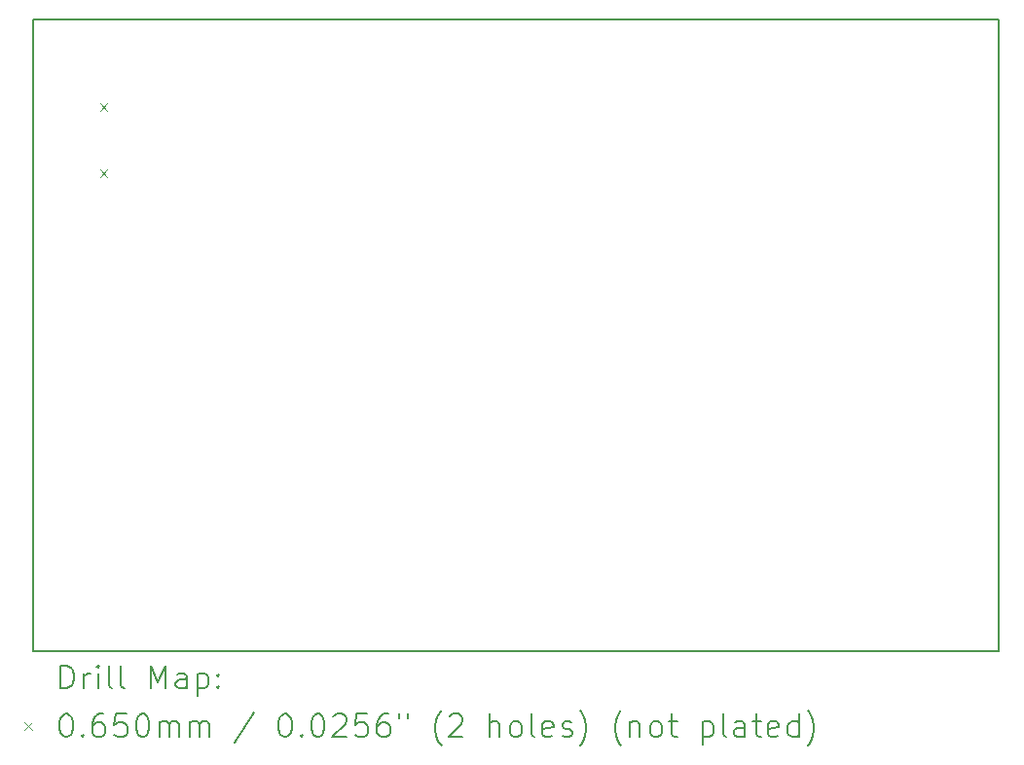
<source format=gbr>
%TF.GenerationSoftware,KiCad,Pcbnew,7.0.2-1.fc37*%
%TF.CreationDate,2023-04-28T15:17:21+01:00*%
%TF.ProjectId,grblPANEL,6772626c-5041-44e4-954c-2e6b69636164,B*%
%TF.SameCoordinates,Original*%
%TF.FileFunction,Drillmap*%
%TF.FilePolarity,Positive*%
%FSLAX45Y45*%
G04 Gerber Fmt 4.5, Leading zero omitted, Abs format (unit mm)*
G04 Created by KiCad (PCBNEW 7.0.2-1.fc37) date 2023-04-28 15:17:21*
%MOMM*%
%LPD*%
G01*
G04 APERTURE LIST*
%ADD10C,0.200000*%
%ADD11C,0.065000*%
G04 APERTURE END LIST*
D10*
X10500000Y-7500000D02*
X18900000Y-7500000D01*
X18900000Y-13000000D01*
X10500000Y-13000000D01*
X10500000Y-7500000D01*
D11*
X11077500Y-8228500D02*
X11142500Y-8293500D01*
X11142500Y-8228500D02*
X11077500Y-8293500D01*
X11077500Y-8806500D02*
X11142500Y-8871500D01*
X11142500Y-8806500D02*
X11077500Y-8871500D01*
D10*
X10737619Y-13322524D02*
X10737619Y-13122524D01*
X10737619Y-13122524D02*
X10785238Y-13122524D01*
X10785238Y-13122524D02*
X10813810Y-13132048D01*
X10813810Y-13132048D02*
X10832857Y-13151095D01*
X10832857Y-13151095D02*
X10842381Y-13170143D01*
X10842381Y-13170143D02*
X10851905Y-13208238D01*
X10851905Y-13208238D02*
X10851905Y-13236809D01*
X10851905Y-13236809D02*
X10842381Y-13274905D01*
X10842381Y-13274905D02*
X10832857Y-13293952D01*
X10832857Y-13293952D02*
X10813810Y-13313000D01*
X10813810Y-13313000D02*
X10785238Y-13322524D01*
X10785238Y-13322524D02*
X10737619Y-13322524D01*
X10937619Y-13322524D02*
X10937619Y-13189190D01*
X10937619Y-13227286D02*
X10947143Y-13208238D01*
X10947143Y-13208238D02*
X10956667Y-13198714D01*
X10956667Y-13198714D02*
X10975714Y-13189190D01*
X10975714Y-13189190D02*
X10994762Y-13189190D01*
X11061429Y-13322524D02*
X11061429Y-13189190D01*
X11061429Y-13122524D02*
X11051905Y-13132048D01*
X11051905Y-13132048D02*
X11061429Y-13141571D01*
X11061429Y-13141571D02*
X11070952Y-13132048D01*
X11070952Y-13132048D02*
X11061429Y-13122524D01*
X11061429Y-13122524D02*
X11061429Y-13141571D01*
X11185238Y-13322524D02*
X11166190Y-13313000D01*
X11166190Y-13313000D02*
X11156667Y-13293952D01*
X11156667Y-13293952D02*
X11156667Y-13122524D01*
X11290000Y-13322524D02*
X11270952Y-13313000D01*
X11270952Y-13313000D02*
X11261428Y-13293952D01*
X11261428Y-13293952D02*
X11261428Y-13122524D01*
X11518571Y-13322524D02*
X11518571Y-13122524D01*
X11518571Y-13122524D02*
X11585238Y-13265381D01*
X11585238Y-13265381D02*
X11651905Y-13122524D01*
X11651905Y-13122524D02*
X11651905Y-13322524D01*
X11832857Y-13322524D02*
X11832857Y-13217762D01*
X11832857Y-13217762D02*
X11823333Y-13198714D01*
X11823333Y-13198714D02*
X11804286Y-13189190D01*
X11804286Y-13189190D02*
X11766190Y-13189190D01*
X11766190Y-13189190D02*
X11747143Y-13198714D01*
X11832857Y-13313000D02*
X11813809Y-13322524D01*
X11813809Y-13322524D02*
X11766190Y-13322524D01*
X11766190Y-13322524D02*
X11747143Y-13313000D01*
X11747143Y-13313000D02*
X11737619Y-13293952D01*
X11737619Y-13293952D02*
X11737619Y-13274905D01*
X11737619Y-13274905D02*
X11747143Y-13255857D01*
X11747143Y-13255857D02*
X11766190Y-13246333D01*
X11766190Y-13246333D02*
X11813809Y-13246333D01*
X11813809Y-13246333D02*
X11832857Y-13236809D01*
X11928095Y-13189190D02*
X11928095Y-13389190D01*
X11928095Y-13198714D02*
X11947143Y-13189190D01*
X11947143Y-13189190D02*
X11985238Y-13189190D01*
X11985238Y-13189190D02*
X12004286Y-13198714D01*
X12004286Y-13198714D02*
X12013809Y-13208238D01*
X12013809Y-13208238D02*
X12023333Y-13227286D01*
X12023333Y-13227286D02*
X12023333Y-13284428D01*
X12023333Y-13284428D02*
X12013809Y-13303476D01*
X12013809Y-13303476D02*
X12004286Y-13313000D01*
X12004286Y-13313000D02*
X11985238Y-13322524D01*
X11985238Y-13322524D02*
X11947143Y-13322524D01*
X11947143Y-13322524D02*
X11928095Y-13313000D01*
X12109048Y-13303476D02*
X12118571Y-13313000D01*
X12118571Y-13313000D02*
X12109048Y-13322524D01*
X12109048Y-13322524D02*
X12099524Y-13313000D01*
X12099524Y-13313000D02*
X12109048Y-13303476D01*
X12109048Y-13303476D02*
X12109048Y-13322524D01*
X12109048Y-13198714D02*
X12118571Y-13208238D01*
X12118571Y-13208238D02*
X12109048Y-13217762D01*
X12109048Y-13217762D02*
X12099524Y-13208238D01*
X12099524Y-13208238D02*
X12109048Y-13198714D01*
X12109048Y-13198714D02*
X12109048Y-13217762D01*
D11*
X10425000Y-13617500D02*
X10490000Y-13682500D01*
X10490000Y-13617500D02*
X10425000Y-13682500D01*
D10*
X10775714Y-13542524D02*
X10794762Y-13542524D01*
X10794762Y-13542524D02*
X10813810Y-13552048D01*
X10813810Y-13552048D02*
X10823333Y-13561571D01*
X10823333Y-13561571D02*
X10832857Y-13580619D01*
X10832857Y-13580619D02*
X10842381Y-13618714D01*
X10842381Y-13618714D02*
X10842381Y-13666333D01*
X10842381Y-13666333D02*
X10832857Y-13704428D01*
X10832857Y-13704428D02*
X10823333Y-13723476D01*
X10823333Y-13723476D02*
X10813810Y-13733000D01*
X10813810Y-13733000D02*
X10794762Y-13742524D01*
X10794762Y-13742524D02*
X10775714Y-13742524D01*
X10775714Y-13742524D02*
X10756667Y-13733000D01*
X10756667Y-13733000D02*
X10747143Y-13723476D01*
X10747143Y-13723476D02*
X10737619Y-13704428D01*
X10737619Y-13704428D02*
X10728095Y-13666333D01*
X10728095Y-13666333D02*
X10728095Y-13618714D01*
X10728095Y-13618714D02*
X10737619Y-13580619D01*
X10737619Y-13580619D02*
X10747143Y-13561571D01*
X10747143Y-13561571D02*
X10756667Y-13552048D01*
X10756667Y-13552048D02*
X10775714Y-13542524D01*
X10928095Y-13723476D02*
X10937619Y-13733000D01*
X10937619Y-13733000D02*
X10928095Y-13742524D01*
X10928095Y-13742524D02*
X10918571Y-13733000D01*
X10918571Y-13733000D02*
X10928095Y-13723476D01*
X10928095Y-13723476D02*
X10928095Y-13742524D01*
X11109048Y-13542524D02*
X11070952Y-13542524D01*
X11070952Y-13542524D02*
X11051905Y-13552048D01*
X11051905Y-13552048D02*
X11042381Y-13561571D01*
X11042381Y-13561571D02*
X11023333Y-13590143D01*
X11023333Y-13590143D02*
X11013810Y-13628238D01*
X11013810Y-13628238D02*
X11013810Y-13704428D01*
X11013810Y-13704428D02*
X11023333Y-13723476D01*
X11023333Y-13723476D02*
X11032857Y-13733000D01*
X11032857Y-13733000D02*
X11051905Y-13742524D01*
X11051905Y-13742524D02*
X11090000Y-13742524D01*
X11090000Y-13742524D02*
X11109048Y-13733000D01*
X11109048Y-13733000D02*
X11118571Y-13723476D01*
X11118571Y-13723476D02*
X11128095Y-13704428D01*
X11128095Y-13704428D02*
X11128095Y-13656809D01*
X11128095Y-13656809D02*
X11118571Y-13637762D01*
X11118571Y-13637762D02*
X11109048Y-13628238D01*
X11109048Y-13628238D02*
X11090000Y-13618714D01*
X11090000Y-13618714D02*
X11051905Y-13618714D01*
X11051905Y-13618714D02*
X11032857Y-13628238D01*
X11032857Y-13628238D02*
X11023333Y-13637762D01*
X11023333Y-13637762D02*
X11013810Y-13656809D01*
X11309048Y-13542524D02*
X11213809Y-13542524D01*
X11213809Y-13542524D02*
X11204286Y-13637762D01*
X11204286Y-13637762D02*
X11213809Y-13628238D01*
X11213809Y-13628238D02*
X11232857Y-13618714D01*
X11232857Y-13618714D02*
X11280476Y-13618714D01*
X11280476Y-13618714D02*
X11299524Y-13628238D01*
X11299524Y-13628238D02*
X11309048Y-13637762D01*
X11309048Y-13637762D02*
X11318571Y-13656809D01*
X11318571Y-13656809D02*
X11318571Y-13704428D01*
X11318571Y-13704428D02*
X11309048Y-13723476D01*
X11309048Y-13723476D02*
X11299524Y-13733000D01*
X11299524Y-13733000D02*
X11280476Y-13742524D01*
X11280476Y-13742524D02*
X11232857Y-13742524D01*
X11232857Y-13742524D02*
X11213809Y-13733000D01*
X11213809Y-13733000D02*
X11204286Y-13723476D01*
X11442381Y-13542524D02*
X11461429Y-13542524D01*
X11461429Y-13542524D02*
X11480476Y-13552048D01*
X11480476Y-13552048D02*
X11490000Y-13561571D01*
X11490000Y-13561571D02*
X11499524Y-13580619D01*
X11499524Y-13580619D02*
X11509048Y-13618714D01*
X11509048Y-13618714D02*
X11509048Y-13666333D01*
X11509048Y-13666333D02*
X11499524Y-13704428D01*
X11499524Y-13704428D02*
X11490000Y-13723476D01*
X11490000Y-13723476D02*
X11480476Y-13733000D01*
X11480476Y-13733000D02*
X11461429Y-13742524D01*
X11461429Y-13742524D02*
X11442381Y-13742524D01*
X11442381Y-13742524D02*
X11423333Y-13733000D01*
X11423333Y-13733000D02*
X11413809Y-13723476D01*
X11413809Y-13723476D02*
X11404286Y-13704428D01*
X11404286Y-13704428D02*
X11394762Y-13666333D01*
X11394762Y-13666333D02*
X11394762Y-13618714D01*
X11394762Y-13618714D02*
X11404286Y-13580619D01*
X11404286Y-13580619D02*
X11413809Y-13561571D01*
X11413809Y-13561571D02*
X11423333Y-13552048D01*
X11423333Y-13552048D02*
X11442381Y-13542524D01*
X11594762Y-13742524D02*
X11594762Y-13609190D01*
X11594762Y-13628238D02*
X11604286Y-13618714D01*
X11604286Y-13618714D02*
X11623333Y-13609190D01*
X11623333Y-13609190D02*
X11651905Y-13609190D01*
X11651905Y-13609190D02*
X11670952Y-13618714D01*
X11670952Y-13618714D02*
X11680476Y-13637762D01*
X11680476Y-13637762D02*
X11680476Y-13742524D01*
X11680476Y-13637762D02*
X11690000Y-13618714D01*
X11690000Y-13618714D02*
X11709048Y-13609190D01*
X11709048Y-13609190D02*
X11737619Y-13609190D01*
X11737619Y-13609190D02*
X11756667Y-13618714D01*
X11756667Y-13618714D02*
X11766190Y-13637762D01*
X11766190Y-13637762D02*
X11766190Y-13742524D01*
X11861429Y-13742524D02*
X11861429Y-13609190D01*
X11861429Y-13628238D02*
X11870952Y-13618714D01*
X11870952Y-13618714D02*
X11890000Y-13609190D01*
X11890000Y-13609190D02*
X11918571Y-13609190D01*
X11918571Y-13609190D02*
X11937619Y-13618714D01*
X11937619Y-13618714D02*
X11947143Y-13637762D01*
X11947143Y-13637762D02*
X11947143Y-13742524D01*
X11947143Y-13637762D02*
X11956667Y-13618714D01*
X11956667Y-13618714D02*
X11975714Y-13609190D01*
X11975714Y-13609190D02*
X12004286Y-13609190D01*
X12004286Y-13609190D02*
X12023333Y-13618714D01*
X12023333Y-13618714D02*
X12032857Y-13637762D01*
X12032857Y-13637762D02*
X12032857Y-13742524D01*
X12423333Y-13533000D02*
X12251905Y-13790143D01*
X12680476Y-13542524D02*
X12699524Y-13542524D01*
X12699524Y-13542524D02*
X12718572Y-13552048D01*
X12718572Y-13552048D02*
X12728095Y-13561571D01*
X12728095Y-13561571D02*
X12737619Y-13580619D01*
X12737619Y-13580619D02*
X12747143Y-13618714D01*
X12747143Y-13618714D02*
X12747143Y-13666333D01*
X12747143Y-13666333D02*
X12737619Y-13704428D01*
X12737619Y-13704428D02*
X12728095Y-13723476D01*
X12728095Y-13723476D02*
X12718572Y-13733000D01*
X12718572Y-13733000D02*
X12699524Y-13742524D01*
X12699524Y-13742524D02*
X12680476Y-13742524D01*
X12680476Y-13742524D02*
X12661429Y-13733000D01*
X12661429Y-13733000D02*
X12651905Y-13723476D01*
X12651905Y-13723476D02*
X12642381Y-13704428D01*
X12642381Y-13704428D02*
X12632857Y-13666333D01*
X12632857Y-13666333D02*
X12632857Y-13618714D01*
X12632857Y-13618714D02*
X12642381Y-13580619D01*
X12642381Y-13580619D02*
X12651905Y-13561571D01*
X12651905Y-13561571D02*
X12661429Y-13552048D01*
X12661429Y-13552048D02*
X12680476Y-13542524D01*
X12832857Y-13723476D02*
X12842381Y-13733000D01*
X12842381Y-13733000D02*
X12832857Y-13742524D01*
X12832857Y-13742524D02*
X12823333Y-13733000D01*
X12823333Y-13733000D02*
X12832857Y-13723476D01*
X12832857Y-13723476D02*
X12832857Y-13742524D01*
X12966191Y-13542524D02*
X12985238Y-13542524D01*
X12985238Y-13542524D02*
X13004286Y-13552048D01*
X13004286Y-13552048D02*
X13013810Y-13561571D01*
X13013810Y-13561571D02*
X13023333Y-13580619D01*
X13023333Y-13580619D02*
X13032857Y-13618714D01*
X13032857Y-13618714D02*
X13032857Y-13666333D01*
X13032857Y-13666333D02*
X13023333Y-13704428D01*
X13023333Y-13704428D02*
X13013810Y-13723476D01*
X13013810Y-13723476D02*
X13004286Y-13733000D01*
X13004286Y-13733000D02*
X12985238Y-13742524D01*
X12985238Y-13742524D02*
X12966191Y-13742524D01*
X12966191Y-13742524D02*
X12947143Y-13733000D01*
X12947143Y-13733000D02*
X12937619Y-13723476D01*
X12937619Y-13723476D02*
X12928095Y-13704428D01*
X12928095Y-13704428D02*
X12918572Y-13666333D01*
X12918572Y-13666333D02*
X12918572Y-13618714D01*
X12918572Y-13618714D02*
X12928095Y-13580619D01*
X12928095Y-13580619D02*
X12937619Y-13561571D01*
X12937619Y-13561571D02*
X12947143Y-13552048D01*
X12947143Y-13552048D02*
X12966191Y-13542524D01*
X13109048Y-13561571D02*
X13118572Y-13552048D01*
X13118572Y-13552048D02*
X13137619Y-13542524D01*
X13137619Y-13542524D02*
X13185238Y-13542524D01*
X13185238Y-13542524D02*
X13204286Y-13552048D01*
X13204286Y-13552048D02*
X13213810Y-13561571D01*
X13213810Y-13561571D02*
X13223333Y-13580619D01*
X13223333Y-13580619D02*
X13223333Y-13599667D01*
X13223333Y-13599667D02*
X13213810Y-13628238D01*
X13213810Y-13628238D02*
X13099524Y-13742524D01*
X13099524Y-13742524D02*
X13223333Y-13742524D01*
X13404286Y-13542524D02*
X13309048Y-13542524D01*
X13309048Y-13542524D02*
X13299524Y-13637762D01*
X13299524Y-13637762D02*
X13309048Y-13628238D01*
X13309048Y-13628238D02*
X13328095Y-13618714D01*
X13328095Y-13618714D02*
X13375714Y-13618714D01*
X13375714Y-13618714D02*
X13394762Y-13628238D01*
X13394762Y-13628238D02*
X13404286Y-13637762D01*
X13404286Y-13637762D02*
X13413810Y-13656809D01*
X13413810Y-13656809D02*
X13413810Y-13704428D01*
X13413810Y-13704428D02*
X13404286Y-13723476D01*
X13404286Y-13723476D02*
X13394762Y-13733000D01*
X13394762Y-13733000D02*
X13375714Y-13742524D01*
X13375714Y-13742524D02*
X13328095Y-13742524D01*
X13328095Y-13742524D02*
X13309048Y-13733000D01*
X13309048Y-13733000D02*
X13299524Y-13723476D01*
X13585238Y-13542524D02*
X13547143Y-13542524D01*
X13547143Y-13542524D02*
X13528095Y-13552048D01*
X13528095Y-13552048D02*
X13518572Y-13561571D01*
X13518572Y-13561571D02*
X13499524Y-13590143D01*
X13499524Y-13590143D02*
X13490000Y-13628238D01*
X13490000Y-13628238D02*
X13490000Y-13704428D01*
X13490000Y-13704428D02*
X13499524Y-13723476D01*
X13499524Y-13723476D02*
X13509048Y-13733000D01*
X13509048Y-13733000D02*
X13528095Y-13742524D01*
X13528095Y-13742524D02*
X13566191Y-13742524D01*
X13566191Y-13742524D02*
X13585238Y-13733000D01*
X13585238Y-13733000D02*
X13594762Y-13723476D01*
X13594762Y-13723476D02*
X13604286Y-13704428D01*
X13604286Y-13704428D02*
X13604286Y-13656809D01*
X13604286Y-13656809D02*
X13594762Y-13637762D01*
X13594762Y-13637762D02*
X13585238Y-13628238D01*
X13585238Y-13628238D02*
X13566191Y-13618714D01*
X13566191Y-13618714D02*
X13528095Y-13618714D01*
X13528095Y-13618714D02*
X13509048Y-13628238D01*
X13509048Y-13628238D02*
X13499524Y-13637762D01*
X13499524Y-13637762D02*
X13490000Y-13656809D01*
X13680476Y-13542524D02*
X13680476Y-13580619D01*
X13756667Y-13542524D02*
X13756667Y-13580619D01*
X14051905Y-13818714D02*
X14042381Y-13809190D01*
X14042381Y-13809190D02*
X14023334Y-13780619D01*
X14023334Y-13780619D02*
X14013810Y-13761571D01*
X14013810Y-13761571D02*
X14004286Y-13733000D01*
X14004286Y-13733000D02*
X13994762Y-13685381D01*
X13994762Y-13685381D02*
X13994762Y-13647286D01*
X13994762Y-13647286D02*
X14004286Y-13599667D01*
X14004286Y-13599667D02*
X14013810Y-13571095D01*
X14013810Y-13571095D02*
X14023334Y-13552048D01*
X14023334Y-13552048D02*
X14042381Y-13523476D01*
X14042381Y-13523476D02*
X14051905Y-13513952D01*
X14118572Y-13561571D02*
X14128095Y-13552048D01*
X14128095Y-13552048D02*
X14147143Y-13542524D01*
X14147143Y-13542524D02*
X14194762Y-13542524D01*
X14194762Y-13542524D02*
X14213810Y-13552048D01*
X14213810Y-13552048D02*
X14223334Y-13561571D01*
X14223334Y-13561571D02*
X14232857Y-13580619D01*
X14232857Y-13580619D02*
X14232857Y-13599667D01*
X14232857Y-13599667D02*
X14223334Y-13628238D01*
X14223334Y-13628238D02*
X14109048Y-13742524D01*
X14109048Y-13742524D02*
X14232857Y-13742524D01*
X14470953Y-13742524D02*
X14470953Y-13542524D01*
X14556667Y-13742524D02*
X14556667Y-13637762D01*
X14556667Y-13637762D02*
X14547143Y-13618714D01*
X14547143Y-13618714D02*
X14528096Y-13609190D01*
X14528096Y-13609190D02*
X14499524Y-13609190D01*
X14499524Y-13609190D02*
X14480476Y-13618714D01*
X14480476Y-13618714D02*
X14470953Y-13628238D01*
X14680476Y-13742524D02*
X14661429Y-13733000D01*
X14661429Y-13733000D02*
X14651905Y-13723476D01*
X14651905Y-13723476D02*
X14642381Y-13704428D01*
X14642381Y-13704428D02*
X14642381Y-13647286D01*
X14642381Y-13647286D02*
X14651905Y-13628238D01*
X14651905Y-13628238D02*
X14661429Y-13618714D01*
X14661429Y-13618714D02*
X14680476Y-13609190D01*
X14680476Y-13609190D02*
X14709048Y-13609190D01*
X14709048Y-13609190D02*
X14728096Y-13618714D01*
X14728096Y-13618714D02*
X14737619Y-13628238D01*
X14737619Y-13628238D02*
X14747143Y-13647286D01*
X14747143Y-13647286D02*
X14747143Y-13704428D01*
X14747143Y-13704428D02*
X14737619Y-13723476D01*
X14737619Y-13723476D02*
X14728096Y-13733000D01*
X14728096Y-13733000D02*
X14709048Y-13742524D01*
X14709048Y-13742524D02*
X14680476Y-13742524D01*
X14861429Y-13742524D02*
X14842381Y-13733000D01*
X14842381Y-13733000D02*
X14832857Y-13713952D01*
X14832857Y-13713952D02*
X14832857Y-13542524D01*
X15013810Y-13733000D02*
X14994762Y-13742524D01*
X14994762Y-13742524D02*
X14956667Y-13742524D01*
X14956667Y-13742524D02*
X14937619Y-13733000D01*
X14937619Y-13733000D02*
X14928096Y-13713952D01*
X14928096Y-13713952D02*
X14928096Y-13637762D01*
X14928096Y-13637762D02*
X14937619Y-13618714D01*
X14937619Y-13618714D02*
X14956667Y-13609190D01*
X14956667Y-13609190D02*
X14994762Y-13609190D01*
X14994762Y-13609190D02*
X15013810Y-13618714D01*
X15013810Y-13618714D02*
X15023334Y-13637762D01*
X15023334Y-13637762D02*
X15023334Y-13656809D01*
X15023334Y-13656809D02*
X14928096Y-13675857D01*
X15099524Y-13733000D02*
X15118572Y-13742524D01*
X15118572Y-13742524D02*
X15156667Y-13742524D01*
X15156667Y-13742524D02*
X15175715Y-13733000D01*
X15175715Y-13733000D02*
X15185238Y-13713952D01*
X15185238Y-13713952D02*
X15185238Y-13704428D01*
X15185238Y-13704428D02*
X15175715Y-13685381D01*
X15175715Y-13685381D02*
X15156667Y-13675857D01*
X15156667Y-13675857D02*
X15128096Y-13675857D01*
X15128096Y-13675857D02*
X15109048Y-13666333D01*
X15109048Y-13666333D02*
X15099524Y-13647286D01*
X15099524Y-13647286D02*
X15099524Y-13637762D01*
X15099524Y-13637762D02*
X15109048Y-13618714D01*
X15109048Y-13618714D02*
X15128096Y-13609190D01*
X15128096Y-13609190D02*
X15156667Y-13609190D01*
X15156667Y-13609190D02*
X15175715Y-13618714D01*
X15251905Y-13818714D02*
X15261429Y-13809190D01*
X15261429Y-13809190D02*
X15280477Y-13780619D01*
X15280477Y-13780619D02*
X15290000Y-13761571D01*
X15290000Y-13761571D02*
X15299524Y-13733000D01*
X15299524Y-13733000D02*
X15309048Y-13685381D01*
X15309048Y-13685381D02*
X15309048Y-13647286D01*
X15309048Y-13647286D02*
X15299524Y-13599667D01*
X15299524Y-13599667D02*
X15290000Y-13571095D01*
X15290000Y-13571095D02*
X15280477Y-13552048D01*
X15280477Y-13552048D02*
X15261429Y-13523476D01*
X15261429Y-13523476D02*
X15251905Y-13513952D01*
X15613810Y-13818714D02*
X15604286Y-13809190D01*
X15604286Y-13809190D02*
X15585238Y-13780619D01*
X15585238Y-13780619D02*
X15575715Y-13761571D01*
X15575715Y-13761571D02*
X15566191Y-13733000D01*
X15566191Y-13733000D02*
X15556667Y-13685381D01*
X15556667Y-13685381D02*
X15556667Y-13647286D01*
X15556667Y-13647286D02*
X15566191Y-13599667D01*
X15566191Y-13599667D02*
X15575715Y-13571095D01*
X15575715Y-13571095D02*
X15585238Y-13552048D01*
X15585238Y-13552048D02*
X15604286Y-13523476D01*
X15604286Y-13523476D02*
X15613810Y-13513952D01*
X15690000Y-13609190D02*
X15690000Y-13742524D01*
X15690000Y-13628238D02*
X15699524Y-13618714D01*
X15699524Y-13618714D02*
X15718572Y-13609190D01*
X15718572Y-13609190D02*
X15747143Y-13609190D01*
X15747143Y-13609190D02*
X15766191Y-13618714D01*
X15766191Y-13618714D02*
X15775715Y-13637762D01*
X15775715Y-13637762D02*
X15775715Y-13742524D01*
X15899524Y-13742524D02*
X15880477Y-13733000D01*
X15880477Y-13733000D02*
X15870953Y-13723476D01*
X15870953Y-13723476D02*
X15861429Y-13704428D01*
X15861429Y-13704428D02*
X15861429Y-13647286D01*
X15861429Y-13647286D02*
X15870953Y-13628238D01*
X15870953Y-13628238D02*
X15880477Y-13618714D01*
X15880477Y-13618714D02*
X15899524Y-13609190D01*
X15899524Y-13609190D02*
X15928096Y-13609190D01*
X15928096Y-13609190D02*
X15947143Y-13618714D01*
X15947143Y-13618714D02*
X15956667Y-13628238D01*
X15956667Y-13628238D02*
X15966191Y-13647286D01*
X15966191Y-13647286D02*
X15966191Y-13704428D01*
X15966191Y-13704428D02*
X15956667Y-13723476D01*
X15956667Y-13723476D02*
X15947143Y-13733000D01*
X15947143Y-13733000D02*
X15928096Y-13742524D01*
X15928096Y-13742524D02*
X15899524Y-13742524D01*
X16023334Y-13609190D02*
X16099524Y-13609190D01*
X16051905Y-13542524D02*
X16051905Y-13713952D01*
X16051905Y-13713952D02*
X16061429Y-13733000D01*
X16061429Y-13733000D02*
X16080477Y-13742524D01*
X16080477Y-13742524D02*
X16099524Y-13742524D01*
X16318572Y-13609190D02*
X16318572Y-13809190D01*
X16318572Y-13618714D02*
X16337619Y-13609190D01*
X16337619Y-13609190D02*
X16375715Y-13609190D01*
X16375715Y-13609190D02*
X16394762Y-13618714D01*
X16394762Y-13618714D02*
X16404286Y-13628238D01*
X16404286Y-13628238D02*
X16413810Y-13647286D01*
X16413810Y-13647286D02*
X16413810Y-13704428D01*
X16413810Y-13704428D02*
X16404286Y-13723476D01*
X16404286Y-13723476D02*
X16394762Y-13733000D01*
X16394762Y-13733000D02*
X16375715Y-13742524D01*
X16375715Y-13742524D02*
X16337619Y-13742524D01*
X16337619Y-13742524D02*
X16318572Y-13733000D01*
X16528096Y-13742524D02*
X16509048Y-13733000D01*
X16509048Y-13733000D02*
X16499524Y-13713952D01*
X16499524Y-13713952D02*
X16499524Y-13542524D01*
X16690000Y-13742524D02*
X16690000Y-13637762D01*
X16690000Y-13637762D02*
X16680477Y-13618714D01*
X16680477Y-13618714D02*
X16661429Y-13609190D01*
X16661429Y-13609190D02*
X16623334Y-13609190D01*
X16623334Y-13609190D02*
X16604286Y-13618714D01*
X16690000Y-13733000D02*
X16670953Y-13742524D01*
X16670953Y-13742524D02*
X16623334Y-13742524D01*
X16623334Y-13742524D02*
X16604286Y-13733000D01*
X16604286Y-13733000D02*
X16594762Y-13713952D01*
X16594762Y-13713952D02*
X16594762Y-13694905D01*
X16594762Y-13694905D02*
X16604286Y-13675857D01*
X16604286Y-13675857D02*
X16623334Y-13666333D01*
X16623334Y-13666333D02*
X16670953Y-13666333D01*
X16670953Y-13666333D02*
X16690000Y-13656809D01*
X16756667Y-13609190D02*
X16832858Y-13609190D01*
X16785239Y-13542524D02*
X16785239Y-13713952D01*
X16785239Y-13713952D02*
X16794762Y-13733000D01*
X16794762Y-13733000D02*
X16813810Y-13742524D01*
X16813810Y-13742524D02*
X16832858Y-13742524D01*
X16975715Y-13733000D02*
X16956667Y-13742524D01*
X16956667Y-13742524D02*
X16918572Y-13742524D01*
X16918572Y-13742524D02*
X16899524Y-13733000D01*
X16899524Y-13733000D02*
X16890001Y-13713952D01*
X16890001Y-13713952D02*
X16890001Y-13637762D01*
X16890001Y-13637762D02*
X16899524Y-13618714D01*
X16899524Y-13618714D02*
X16918572Y-13609190D01*
X16918572Y-13609190D02*
X16956667Y-13609190D01*
X16956667Y-13609190D02*
X16975715Y-13618714D01*
X16975715Y-13618714D02*
X16985239Y-13637762D01*
X16985239Y-13637762D02*
X16985239Y-13656809D01*
X16985239Y-13656809D02*
X16890001Y-13675857D01*
X17156667Y-13742524D02*
X17156667Y-13542524D01*
X17156667Y-13733000D02*
X17137620Y-13742524D01*
X17137620Y-13742524D02*
X17099524Y-13742524D01*
X17099524Y-13742524D02*
X17080477Y-13733000D01*
X17080477Y-13733000D02*
X17070953Y-13723476D01*
X17070953Y-13723476D02*
X17061429Y-13704428D01*
X17061429Y-13704428D02*
X17061429Y-13647286D01*
X17061429Y-13647286D02*
X17070953Y-13628238D01*
X17070953Y-13628238D02*
X17080477Y-13618714D01*
X17080477Y-13618714D02*
X17099524Y-13609190D01*
X17099524Y-13609190D02*
X17137620Y-13609190D01*
X17137620Y-13609190D02*
X17156667Y-13618714D01*
X17232858Y-13818714D02*
X17242382Y-13809190D01*
X17242382Y-13809190D02*
X17261429Y-13780619D01*
X17261429Y-13780619D02*
X17270953Y-13761571D01*
X17270953Y-13761571D02*
X17280477Y-13733000D01*
X17280477Y-13733000D02*
X17290001Y-13685381D01*
X17290001Y-13685381D02*
X17290001Y-13647286D01*
X17290001Y-13647286D02*
X17280477Y-13599667D01*
X17280477Y-13599667D02*
X17270953Y-13571095D01*
X17270953Y-13571095D02*
X17261429Y-13552048D01*
X17261429Y-13552048D02*
X17242382Y-13523476D01*
X17242382Y-13523476D02*
X17232858Y-13513952D01*
M02*

</source>
